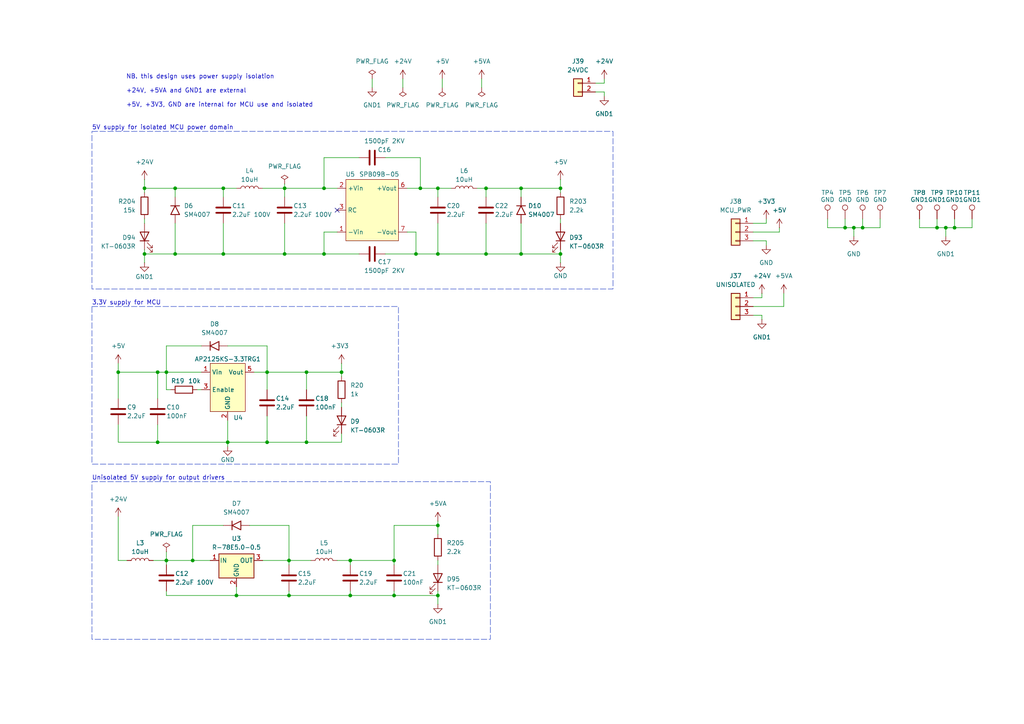
<source format=kicad_sch>
(kicad_sch (version 20250114) (generator "eeschema") (generator_version "9.0")
  (paper "A4")
  (lib_symbols
    (symbol "Connector:TestPoint" (pin_numbers (hide yes)) (pin_names (offset 0.762) (hide yes))
      (property "Reference" "TP" (at 0 6.858 0))
      (property "Value" "TestPoint" (at 0 5.08 0))
      (symbol "TestPoint_0_1"
        (circle (center 0 3.302) (radius 0.762))
      )
      (symbol "TestPoint_1_1"
        (pin passive line (at 0 0 90) (length 2.54) (name "1") (number "1"))
      )
    )
    (symbol "Connector_Generic:Conn_01x02" (pin_names (offset 1.016) (hide yes))
      (property "Reference" "J" (at 0 2.54 0))
      (property "Value" "Conn_01x02" (at 0 -5.08 0))
      (symbol "Conn_01x02_1_1"
        (rectangle (start -1.27 1.27) (end 1.27 -3.81) (stroke (width 0.254)) (fill (type background)))
        (rectangle (start -1.27 0.127) (end 0 -0.127) (stroke (width 0.1524)))
        (rectangle (start -1.27 -2.413) (end 0 -2.667) (stroke (width 0.1524)))
        (pin passive line (at -5.08 0 0) (length 3.81) (name "Pin_1") (number "1"))
        (pin passive line (at -5.08 -2.54 0) (length 3.81) (name "Pin_2") (number "2"))
      )
    )
    (symbol "Connector_Generic:Conn_01x03" (pin_names (offset 1.016) (hide yes))
      (property "Reference" "J" (at 0 5.08 0))
      (property "Value" "Conn_01x03" (at 0 -5.08 0))
      (symbol "Conn_01x03_1_1"
        (rectangle (start -1.27 3.81) (end 1.27 -3.81) (stroke (width 0.254)) (fill (type background)))
        (rectangle (start -1.27 2.667) (end 0 2.413) (stroke (width 0.1524)))
        (rectangle (start -1.27 0.127) (end 0 -0.127) (stroke (width 0.1524)))
        (rectangle (start -1.27 -2.413) (end 0 -2.667) (stroke (width 0.1524)))
        (pin passive line (at -5.08 2.54 0) (length 3.81) (name "Pin_1") (number "1"))
        (pin passive line (at -5.08 0 0) (length 3.81) (name "Pin_2") (number "2"))
        (pin passive line (at -5.08 -2.54 0) (length 3.81) (name "Pin_3") (number "3"))
      )
    )
    (symbol "Converter_DCDC:R-78E5.0-0.5" (pin_names (offset 0.254))
      (property "Reference" "U" (at -3.81 3.175 0))
      (property "Value" "R-78E5.0-0.5" (at 0 3.175 0))
      (symbol "R-78E5.0-0.5_0_1"
        (rectangle (start -5.08 1.905) (end 5.08 -5.08) (stroke (width 0.254)) (fill (type background)))
      )
      (symbol "R-78E5.0-0.5_1_1"
        (pin power_in line (at -7.62 0 0) (length 2.54) (name "IN") (number "1"))
        (pin power_in line (at 0 -7.62 90) (length 2.54) (name "GND") (number "2"))
        (pin power_out line (at 7.62 0 180) (length 2.54) (name "OUT") (number "3"))
      )
    )
    (symbol "Device:C" (pin_numbers (hide yes)) (pin_names (offset 0.254))
      (property "Reference" "C" (at 0.635 2.54 0))
      (property "Value" "C" (at 0.635 -2.54 0))
      (symbol "C_0_1"
        (polyline (pts (xy -2.032 0.762) (xy 2.032 0.762)) (stroke (width 0.508)))
        (polyline (pts (xy -2.032 -0.762) (xy 2.032 -0.762)) (stroke (width 0.508)))
      )
      (symbol "C_1_1"
        (pin passive line (at 0 3.81 270) (length 2.794) (name "~") (number "1"))
        (pin passive line (at 0 -3.81 90) (length 2.794) (name "~") (number "2"))
      )
    )
    (symbol "Device:L" (pin_numbers (hide yes)) (pin_names (offset 1.016) (hide yes))
      (property "Reference" "L" (at -1.27 0 90))
      (property "Value" "L" (at 1.905 0 90))
      (symbol "L_0_1"
        (arc (start 0 2.54) (mid 0.6323 1.905) (end 0 1.27))
        (arc (start 0 1.27) (mid 0.6323 0.635) (end 0 0))
        (arc (start 0 0) (mid 0.6323 -0.635) (end 0 -1.27))
        (arc (start 0 -1.27) (mid 0.6323 -1.905) (end 0 -2.54))
      )
      (symbol "L_1_1"
        (pin passive line (at 0 3.81 270) (length 1.27) (name "1") (number "1"))
        (pin passive line (at 0 -3.81 90) (length 1.27) (name "2") (number "2"))
      )
    )
    (symbol "Device:LED" (pin_numbers (hide yes)) (pin_names (offset 1.016) (hide yes))
      (property "Reference" "D" (at 0 2.54 0))
      (property "Value" "LED" (at 0 -2.54 0))
      (symbol "LED_0_1"
        (polyline (pts (xy -3.048 -0.762) (xy -4.572 -2.286) (xy -3.81 -2.286) (xy -4.572 -2.286) (xy -4.572 -1.524)))
        (polyline (pts (xy -1.778 -0.762) (xy -3.302 -2.286) (xy -2.54 -2.286) (xy -3.302 -2.286) (xy -3.302 -1.524)))
        (polyline (pts (xy -1.27 0) (xy 1.27 0)))
        (polyline (pts (xy -1.27 -1.27) (xy -1.27 1.27)) (stroke (width 0.254)))
        (polyline (pts (xy 1.27 -1.27) (xy 1.27 1.27) (xy -1.27 0) (xy 1.27 -1.27)) (stroke (width 0.254)))
      )
      (symbol "LED_1_1"
        (pin passive line (at -3.81 0 0) (length 2.54) (name "K") (number "1"))
        (pin passive line (at 3.81 0 180) (length 2.54) (name "A") (number "2"))
      )
    )
    (symbol "Device:R" (pin_numbers (hide yes)) (pin_names (offset 0))
      (property "Reference" "R" (at 2.032 0 90))
      (property "Value" "R" (at 0 0 90))
      (symbol "R_0_1"
        (rectangle (start -1.016 -2.54) (end 1.016 2.54) (stroke (width 0.254)))
      )
      (symbol "R_1_1"
        (pin passive line (at 0 3.81 270) (length 1.27) (name "~") (number "1"))
        (pin passive line (at 0 -3.81 90) (length 1.27) (name "~") (number "2"))
      )
    )
    (symbol "djm:AP2125"
      (property "Reference" "U" (at 0 7.62 0))
      (symbol "AP2125_0_1"
        (rectangle (start -5.08 6.35) (end 5.08 -7.62) (fill (type background)))
      )
      (symbol "AP2125_1_1"
        (pin power_in line (at -7.62 3.81 0) (length 2.54) (name "Vin") (number "1"))
        (pin input line (at -7.62 -1.27 0) (length 2.54) (name "Enable") (number "3"))
        (pin power_in line (at 0 -10.16 90) (length 2.54) (name "GND") (number "2"))
        (pin power_out line (at 7.62 3.81 180) (length 2.54) (name "Vout") (number "5"))
        (pin no_connect line (at 7.62 -1.27 180) (length 2.54) (hide yes) (name "NC") (number "4"))
      )
    )
    (symbol "djm:SM4007" (pin_numbers (hide yes)) (pin_names (offset 1.016) (hide yes))
      (property "Reference" "D" (at 0 2.54 0))
      (property "Value" "SM4007" (at 0 -2.54 0))
      (symbol "SM4007_0_1"
        (polyline (pts (xy 1.27 1.27) (xy 1.27 -1.27) (xy -1.27 0) (xy 1.27 1.27)) (stroke (width 0.254)))
      )
      (symbol "SM4007_1_1"
        (polyline (pts (xy -1.27 -1.27) (xy -1.27 1.27)) (stroke (width 0.254)))
        (pin passive line (at -3.81 0 0) (length 2.54) (name "K") (number "1"))
        (pin passive line (at 3.81 0 180) (length 2.54) (name "A") (number "2"))
      )
    )
    (symbol "djm:SPB09"
      (property "Reference" "U" (at 0 -10.16 0))
      (property "Value" "SPB09" (at 0 10.414 0))
      (symbol "SPB09_0_1"
        (rectangle (start -7.62 8.89) (end 7.62 -8.89) (fill (type background)))
      )
      (symbol "SPB09_1_1"
        (pin power_in line (at -10.16 6.35 0) (length 2.54) (name "+Vin") (number "2"))
        (pin input line (at -10.16 0 0) (length 2.54) (name "RC") (number "3"))
        (pin power_in line (at -10.16 -6.35 0) (length 2.54) (name "-Vin") (number "1"))
        (pin power_out line (at 10.16 6.35 180) (length 2.54) (name "+Vout") (number "6"))
        (pin no_connect line (at 10.16 0 180) (length 2.54) (hide yes) (name "NC") (number "8"))
        (pin power_out line (at 10.16 -6.35 180) (length 2.54) (name "-Vout") (number "7"))
      )
    )
    (symbol "power:+24V" (power) (pin_numbers (hide yes)) (pin_names (offset 0) (hide yes))
      (property "Value" "+24V" (at 0 3.556 0))
      (symbol "+24V_0_1"
        (polyline (pts (xy -0.762 1.27) (xy 0 2.54)))
        (polyline (pts (xy 0 2.54) (xy 0.762 1.27)))
        (polyline (pts (xy 0 0) (xy 0 2.54)))
      )
      (symbol "+24V_1_1"
        (pin power_in line (at 0 0 90) (length 0) (name "~") (number "1"))
      )
    )
    (symbol "power:+3V3" (power) (pin_numbers (hide yes)) (pin_names (offset 0) (hide yes))
      (property "Value" "+3V3" (at 0 3.556 0))
      (symbol "+3V3_0_1"
        (polyline (pts (xy -0.762 1.27) (xy 0 2.54)))
        (polyline (pts (xy 0 2.54) (xy 0.762 1.27)))
        (polyline (pts (xy 0 0) (xy 0 2.54)))
      )
      (symbol "+3V3_1_1"
        (pin power_in line (at 0 0 90) (length 0) (name "~") (number "1"))
      )
    )
    (symbol "power:+5V" (power) (pin_numbers (hide yes)) (pin_names (offset 0) (hide yes))
      (property "Value" "+5V" (at 0 3.556 0))
      (symbol "+5V_0_1"
        (polyline (pts (xy -0.762 1.27) (xy 0 2.54)))
        (polyline (pts (xy 0 2.54) (xy 0.762 1.27)))
        (polyline (pts (xy 0 0) (xy 0 2.54)))
      )
      (symbol "+5V_1_1"
        (pin power_in line (at 0 0 90) (length 0) (name "~") (number "1"))
      )
    )
    (symbol "power:+5VA" (power) (pin_numbers (hide yes)) (pin_names (offset 0) (hide yes))
      (property "Value" "+5VA" (at 0 3.556 0))
      (symbol "+5VA_0_1"
        (polyline (pts (xy -0.762 1.27) (xy 0 2.54)))
        (polyline (pts (xy 0 2.54) (xy 0.762 1.27)))
        (polyline (pts (xy 0 0) (xy 0 2.54)))
      )
      (symbol "+5VA_1_1"
        (pin power_in line (at 0 0 90) (length 0) (name "~") (number "1"))
      )
    )
    (symbol "power:GND" (power) (pin_numbers (hide yes)) (pin_names (offset 0) (hide yes))
      (property "Value" "GND" (at 0 -3.81 0))
      (symbol "GND_0_1"
        (polyline (pts (xy 0 0) (xy 0 -1.27) (xy 1.27 -1.27) (xy 0 -2.54) (xy -1.27 -1.27) (xy 0 -1.27)))
      )
      (symbol "GND_1_1"
        (pin power_in line (at 0 0 270) (length 0) (name "~") (number "1"))
      )
    )
    (symbol "power:GND1" (power) (pin_numbers (hide yes)) (pin_names (offset 0) (hide yes))
      (property "Value" "GND1" (at 0 -3.81 0))
      (symbol "GND1_0_1"
        (polyline (pts (xy 0 0) (xy 0 -1.27) (xy 1.27 -1.27) (xy 0 -2.54) (xy -1.27 -1.27) (xy 0 -1.27)))
      )
      (symbol "GND1_1_1"
        (pin power_in line (at 0 0 270) (length 0) (name "~") (number "1"))
      )
    )
    (symbol "power:PWR_FLAG" (power) (pin_numbers (hide yes)) (pin_names (offset 0) (hide yes))
      (property "Value" "PWR_FLAG" (at 0 3.81 0))
      (symbol "PWR_FLAG_0_0"
        (pin power_out line (at 0 0 90) (length 0) (name "~") (number "1"))
      )
      (symbol "PWR_FLAG_0_1"
        (polyline (pts (xy 0 0) (xy 0 1.27) (xy -1.016 1.905) (xy 0 2.54) (xy 1.016 1.905) (xy 0 1.27)))
      )
    )
  )
  (rectangle (start 26.67 88.9) (end 115.57 134.62) (stroke (width 0) (type dash) (color 47 74 200 1)))
  (rectangle (start 26.67 38.1) (end 177.8 83.82) (stroke (width 0) (type dash) (color 47 74 200 1)))
  (rectangle (start 26.67 139.7) (end 142.24 185.42) (stroke (width 0) (type dash) (color 47 74 200 1)))
  (text "NB. this design uses power supply isolation\n\n+24V, +5VA and GND1 are external\n\n+5V, +3V3, GND are internal for MCU use and isolated\n\n" (at 36.576 27.432 0) (effects (font (size 1.27 1.27)) (justify left)))
  (text "3.3V supply for MCU" (at 26.67 87.884 0) (effects (font (size 1.27 1.27)) (justify left)))
  (text "5V supply for isolated MCU power domain" (at 26.67 37.084 0) (effects (font (size 1.27 1.27)) (justify left)))
  (text "Unisolated 5V supply for output drivers" (at 26.67 138.684 0) (effects (font (size 1.27 1.27)) (justify left)))
  (junction (at 99.06 107.95))
  (junction (at 140.97 54.61))
  (junction (at 101.6 162.56))
  (junction (at 68.58 172.72))
  (junction (at 50.8 54.61))
  (junction (at 127 172.72))
  (junction (at 151.13 73.66))
  (junction (at 88.9 128.27))
  (junction (at 245.11 66.04))
  (junction (at 82.55 54.61))
  (junction (at 48.26 162.56))
  (junction (at 274.32 66.04))
  (junction (at 77.47 107.95))
  (junction (at 127 54.61))
  (junction (at 34.29 107.95))
  (junction (at 151.13 54.61))
  (junction (at 41.91 73.66))
  (junction (at 88.9 107.95))
  (junction (at 127 73.66))
  (junction (at 93.98 54.61))
  (junction (at 101.6 172.72))
  (junction (at 114.3 162.56))
  (junction (at 162.56 73.66))
  (junction (at 48.26 107.95))
  (junction (at 41.91 54.61))
  (junction (at 50.8 73.66))
  (junction (at 140.97 73.66))
  (junction (at 83.82 172.72))
  (junction (at 64.77 73.66))
  (junction (at 114.3 172.72))
  (junction (at 247.65 66.04))
  (junction (at 82.55 73.66))
  (junction (at 276.86 66.04))
  (junction (at 121.92 54.61))
  (junction (at 77.47 128.27))
  (junction (at 93.98 73.66))
  (junction (at 162.56 54.61))
  (junction (at 66.04 128.27))
  (junction (at 271.78 66.04))
  (junction (at 83.82 162.56))
  (junction (at 127 152.4))
  (junction (at 64.77 54.61))
  (junction (at 45.72 107.95))
  (junction (at 45.72 128.27))
  (junction (at 250.19 66.04))
  (junction (at 55.88 162.56))
  (junction (at 120.65 73.66))
  (no_connect (at 97.79 60.96))
  (wire (pts (xy 93.98 67.31) (xy 97.79 67.31)))
  (wire (pts (xy 66.04 128.27) (xy 77.47 128.27)))
  (wire (pts (xy 151.13 64.77) (xy 151.13 73.66)))
  (wire (pts (xy 83.82 171.45) (xy 83.82 172.72)))
  (wire (pts (xy 172.72 24.13) (xy 175.26 24.13)))
  (wire (pts (xy 172.72 26.67) (xy 175.26 26.67)))
  (wire (pts (xy 41.91 54.61) (xy 50.8 54.61)))
  (wire (pts (xy 162.56 63.5) (xy 162.56 64.77)))
  (wire (pts (xy 226.06 67.31) (xy 226.06 66.04)))
  (wire (pts (xy 34.29 107.95) (xy 34.29 115.57)))
  (wire (pts (xy 116.84 22.86) (xy 116.84 25.4)))
  (wire (pts (xy 88.9 107.95) (xy 99.06 107.95)))
  (wire (pts (xy 101.6 162.56) (xy 114.3 162.56)))
  (wire (pts (xy 162.56 55.88) (xy 162.56 54.61)))
  (wire (pts (xy 111.76 45.72) (xy 121.92 45.72)))
  (wire (pts (xy 99.06 116.84) (xy 99.06 118.11)))
  (wire (pts (xy 127 162.56) (xy 127 163.83)))
  (wire (pts (xy 41.91 73.66) (xy 50.8 73.66)))
  (wire (pts (xy 139.7 22.86) (xy 139.7 25.4)))
  (wire (pts (xy 218.44 86.36) (xy 220.98 86.36)))
  (wire (pts (xy 34.29 128.27) (xy 45.72 128.27)))
  (wire (pts (xy 77.47 100.33) (xy 66.04 100.33)))
  (wire (pts (xy 82.55 53.34) (xy 82.55 54.61)))
  (wire (pts (xy 82.55 54.61) (xy 82.55 57.15)))
  (wire (pts (xy 82.55 73.66) (xy 93.98 73.66)))
  (wire (pts (xy 73.66 107.95) (xy 77.47 107.95)))
  (wire (pts (xy 104.14 45.72) (xy 93.98 45.72)))
  (wire (pts (xy 45.72 107.95) (xy 48.26 107.95)))
  (wire (pts (xy 50.8 73.66) (xy 64.77 73.66)))
  (wire (pts (xy 220.98 86.36) (xy 220.98 85.09)))
  (wire (pts (xy 127 64.77) (xy 127 73.66)))
  (wire (pts (xy 245.11 63.5) (xy 245.11 66.04)))
  (wire (pts (xy 118.11 67.31) (xy 120.65 67.31)))
  (wire (pts (xy 58.42 100.33) (xy 48.26 100.33)))
  (wire (pts (xy 271.78 63.5) (xy 271.78 66.04)))
  (wire (pts (xy 104.14 73.66) (xy 93.98 73.66)))
  (wire (pts (xy 34.29 105.41) (xy 34.29 107.95)))
  (wire (pts (xy 101.6 172.72) (xy 101.6 171.45)))
  (wire (pts (xy 162.56 73.66) (xy 162.56 76.2)))
  (wire (pts (xy 162.56 72.39) (xy 162.56 73.66)))
  (wire (pts (xy 276.86 66.04) (xy 274.32 66.04)))
  (wire (pts (xy 55.88 162.56) (xy 60.96 162.56)))
  (wire (pts (xy 99.06 125.73) (xy 99.06 128.27)))
  (wire (pts (xy 255.27 63.5) (xy 255.27 66.04)))
  (wire (pts (xy 127 73.66) (xy 140.97 73.66)))
  (wire (pts (xy 247.65 66.04) (xy 245.11 66.04)))
  (wire (pts (xy 127 154.94) (xy 127 152.4)))
  (wire (pts (xy 218.44 91.44) (xy 220.98 91.44)))
  (wire (pts (xy 247.65 68.58) (xy 247.65 66.04)))
  (wire (pts (xy 34.29 162.56) (xy 36.83 162.56)))
  (wire (pts (xy 250.19 63.5) (xy 250.19 66.04)))
  (wire (pts (xy 121.92 45.72) (xy 121.92 54.61)))
  (wire (pts (xy 48.26 100.33) (xy 48.26 107.95)))
  (wire (pts (xy 68.58 172.72) (xy 83.82 172.72)))
  (wire (pts (xy 50.8 54.61) (xy 64.77 54.61)))
  (wire (pts (xy 114.3 152.4) (xy 114.3 162.56)))
  (wire (pts (xy 240.03 66.04) (xy 240.03 63.5)))
  (wire (pts (xy 101.6 162.56) (xy 101.6 163.83)))
  (wire (pts (xy 218.44 67.31) (xy 226.06 67.31)))
  (wire (pts (xy 44.45 162.56) (xy 48.26 162.56)))
  (wire (pts (xy 118.11 54.61) (xy 121.92 54.61)))
  (wire (pts (xy 218.44 88.9) (xy 227.33 88.9)))
  (wire (pts (xy 127 172.72) (xy 127 175.26)))
  (wire (pts (xy 114.3 171.45) (xy 114.3 172.72)))
  (wire (pts (xy 255.27 66.04) (xy 250.19 66.04)))
  (wire (pts (xy 57.15 113.03) (xy 58.42 113.03)))
  (wire (pts (xy 77.47 107.95) (xy 77.47 113.03)))
  (wire (pts (xy 274.32 68.58) (xy 274.32 66.04)))
  (wire (pts (xy 140.97 73.66) (xy 151.13 73.66)))
  (wire (pts (xy 162.56 52.07) (xy 162.56 54.61)))
  (wire (pts (xy 41.91 63.5) (xy 41.91 64.77)))
  (wire (pts (xy 120.65 67.31) (xy 120.65 73.66)))
  (wire (pts (xy 175.26 26.67) (xy 175.26 27.94)))
  (wire (pts (xy 140.97 54.61) (xy 151.13 54.61)))
  (wire (pts (xy 77.47 107.95) (xy 88.9 107.95)))
  (wire (pts (xy 138.43 54.61) (xy 140.97 54.61)))
  (wire (pts (xy 41.91 73.66) (xy 41.91 76.2)))
  (wire (pts (xy 220.98 91.44) (xy 220.98 92.71)))
  (wire (pts (xy 120.65 73.66) (xy 127 73.66)))
  (wire (pts (xy 64.77 54.61) (xy 68.58 54.61)))
  (wire (pts (xy 128.27 22.86) (xy 128.27 25.4)))
  (wire (pts (xy 55.88 152.4) (xy 55.88 162.56)))
  (wire (pts (xy 99.06 105.41) (xy 99.06 107.95)))
  (wire (pts (xy 77.47 120.65) (xy 77.47 128.27)))
  (wire (pts (xy 99.06 109.22) (xy 99.06 107.95)))
  (wire (pts (xy 76.2 54.61) (xy 82.55 54.61)))
  (wire (pts (xy 107.95 22.86) (xy 107.95 25.4)))
  (wire (pts (xy 127 54.61) (xy 130.81 54.61)))
  (wire (pts (xy 68.58 172.72) (xy 68.58 170.18)))
  (wire (pts (xy 218.44 69.85) (xy 222.25 69.85)))
  (wire (pts (xy 127 151.13) (xy 127 152.4)))
  (wire (pts (xy 77.47 128.27) (xy 88.9 128.27)))
  (wire (pts (xy 72.39 152.4) (xy 83.82 152.4)))
  (wire (pts (xy 222.25 64.77) (xy 222.25 63.5)))
  (wire (pts (xy 140.97 64.77) (xy 140.97 73.66)))
  (wire (pts (xy 281.94 63.5) (xy 281.94 66.04)))
  (wire (pts (xy 64.77 73.66) (xy 82.55 73.66)))
  (wire (pts (xy 45.72 107.95) (xy 45.72 115.57)))
  (wire (pts (xy 222.25 69.85) (xy 222.25 71.12)))
  (wire (pts (xy 97.79 162.56) (xy 101.6 162.56)))
  (wire (pts (xy 88.9 120.65) (xy 88.9 128.27)))
  (wire (pts (xy 245.11 66.04) (xy 240.03 66.04)))
  (wire (pts (xy 266.7 66.04) (xy 266.7 63.5)))
  (wire (pts (xy 218.44 64.77) (xy 222.25 64.77)))
  (wire (pts (xy 64.77 64.77) (xy 64.77 73.66)))
  (wire (pts (xy 162.56 54.61) (xy 151.13 54.61)))
  (wire (pts (xy 50.8 64.77) (xy 50.8 73.66)))
  (wire (pts (xy 151.13 73.66) (xy 162.56 73.66)))
  (wire (pts (xy 41.91 52.07) (xy 41.91 54.61)))
  (wire (pts (xy 66.04 128.27) (xy 66.04 129.54)))
  (wire (pts (xy 82.55 64.77) (xy 82.55 73.66)))
  (wire (pts (xy 48.26 113.03) (xy 48.26 107.95)))
  (wire (pts (xy 50.8 54.61) (xy 50.8 57.15)))
  (wire (pts (xy 48.26 162.56) (xy 48.26 160.02)))
  (wire (pts (xy 111.76 73.66) (xy 120.65 73.66)))
  (wire (pts (xy 88.9 107.95) (xy 88.9 113.03)))
  (wire (pts (xy 64.77 54.61) (xy 64.77 57.15)))
  (wire (pts (xy 114.3 172.72) (xy 127 172.72)))
  (wire (pts (xy 114.3 172.72) (xy 101.6 172.72)))
  (wire (pts (xy 41.91 55.88) (xy 41.91 54.61)))
  (wire (pts (xy 93.98 54.61) (xy 97.79 54.61)))
  (wire (pts (xy 83.82 162.56) (xy 90.17 162.56)))
  (wire (pts (xy 34.29 149.86) (xy 34.29 162.56)))
  (wire (pts (xy 121.92 54.61) (xy 127 54.61)))
  (wire (pts (xy 77.47 107.95) (xy 77.47 100.33)))
  (wire (pts (xy 93.98 45.72) (xy 93.98 54.61)))
  (wire (pts (xy 48.26 171.45) (xy 48.26 172.72)))
  (wire (pts (xy 88.9 128.27) (xy 99.06 128.27)))
  (wire (pts (xy 93.98 67.31) (xy 93.98 73.66)))
  (wire (pts (xy 276.86 63.5) (xy 276.86 66.04)))
  (wire (pts (xy 127 152.4) (xy 114.3 152.4)))
  (wire (pts (xy 114.3 162.56) (xy 114.3 163.83)))
  (wire (pts (xy 82.55 54.61) (xy 93.98 54.61)))
  (wire (pts (xy 48.26 172.72) (xy 68.58 172.72)))
  (wire (pts (xy 41.91 72.39) (xy 41.91 73.66)))
  (wire (pts (xy 48.26 162.56) (xy 48.26 163.83)))
  (wire (pts (xy 175.26 24.13) (xy 175.26 22.86)))
  (wire (pts (xy 34.29 107.95) (xy 45.72 107.95)))
  (wire (pts (xy 66.04 121.92) (xy 66.04 128.27)))
  (wire (pts (xy 151.13 54.61) (xy 151.13 57.15)))
  (wire (pts (xy 127 171.45) (xy 127 172.72)))
  (wire (pts (xy 83.82 162.56) (xy 83.82 163.83)))
  (wire (pts (xy 250.19 66.04) (xy 247.65 66.04)))
  (wire (pts (xy 83.82 152.4) (xy 83.82 162.56)))
  (wire (pts (xy 45.72 128.27) (xy 66.04 128.27)))
  (wire (pts (xy 127 54.61) (xy 127 57.15)))
  (wire (pts (xy 48.26 107.95) (xy 58.42 107.95)))
  (wire (pts (xy 45.72 123.19) (xy 45.72 128.27)))
  (wire (pts (xy 83.82 172.72) (xy 101.6 172.72)))
  (wire (pts (xy 271.78 66.04) (xy 266.7 66.04)))
  (wire (pts (xy 227.33 88.9) (xy 227.33 85.09)))
  (wire (pts (xy 140.97 54.61) (xy 140.97 57.15)))
  (wire (pts (xy 34.29 123.19) (xy 34.29 128.27)))
  (wire (pts (xy 76.2 162.56) (xy 83.82 162.56)))
  (wire (pts (xy 281.94 66.04) (xy 276.86 66.04)))
  (wire (pts (xy 49.53 113.03) (xy 48.26 113.03)))
  (wire (pts (xy 274.32 66.04) (xy 271.78 66.04)))
  (wire (pts (xy 64.77 152.4) (xy 55.88 152.4)))
  (wire (pts (xy 48.26 162.56) (xy 55.88 162.56)))
  (symbol (lib_id "Device:LED") (at 127 167.64 270) (mirror x) (unit 1)
    (property "Reference" "D95" (at 129.54 167.9574 90) (effects (justify left)))
    (property "Value" "KT-0603R" (at 129.54 170.4974 90) (effects (justify left)))
    (property "Footprint" "LED_SMD:LED_0603_1608Metric" (effects (hide yes)))
    (property "Description" "Light emitting diode" (effects (hide yes)))
    (property "Sim.Pins" "1=K 2=A" (effects (hide yes)))
    (property "JLC" "0603" (effects (hide yes)))
    (property "LCSC" "C2286" (effects (hide yes)))
  )
  (symbol (lib_id "power:PWR_FLAG") (at 128.27 25.4 180) (unit 1)
    (property "Reference" "#FLG05" (effects (hide yes)))
    (property "Value" "PWR_FLAG" (at 128.27 30.48 0))
    (property "Description" "Special symbol for telling ERC where power comes from" (effects (hide yes)))
  )
  (symbol (lib_id "power:GND") (at 162.56 76.2 0) (unit 1)
    (property "Reference" "#PWR057" (effects (hide yes)))
    (property "Value" "GND" (at 162.56 80.01 0))
    (property "Description" "Power symbol creates a global label with name \"GND\" , ground" (effects (hide yes)))
  )
  (symbol (lib_id "power:GND1") (at 175.26 27.94 0) (unit 1)
    (property "Reference" "#PWR063" (effects (hide yes)))
    (property "Value" "GND1" (at 175.26 33.02 0))
    (property "Description" "Power symbol creates a global label with name \"GND1\" , ground" (effects (hide yes)))
  )
  (symbol (lib_id "Connector:TestPoint") (at 271.78 63.5 0) (unit 1)
    (property "Reference" "TP9" (at 271.78 55.88 0))
    (property "Value" "GND1" (at 271.78 57.912 0))
    (property "Footprint" "djm:Testpoint_THTPad_Alt" (effects (hide yes)))
    (property "Description" "test point" (effects (hide yes)))
    (property "LCSC" "DNP" (effects (hide yes)))
  )
  (symbol (lib_id "power:PWR_FLAG") (at 139.7 25.4 180) (unit 1)
    (property "Reference" "#FLG06" (effects (hide yes)))
    (property "Value" "PWR_FLAG" (at 139.7 30.48 0))
    (property "Description" "Special symbol for telling ERC where power comes from" (effects (hide yes)))
  )
  (symbol (lib_id "djm:SM4007") (at 151.13 60.96 270) (unit 1)
    (property "Reference" "D10" (at 153.162 59.69 90) (effects (justify left)))
    (property "Value" "SM4007" (at 153.162 62.23 90) (effects (justify left)))
    (property "Footprint" "Diode_SMD:D_SOD-123" (effects (hide yes)))
    (property "Datasheet" "https://www.mccsemi.com/pdf/products/SM4001PL-SM4007PL(SOD-123FL).pdf" (effects (hide yes)))
    (property "Description" "1000V 1A General Purpose Silicon Diode, SOD-123" (effects (hide yes)))
    (property "JLC" "SOD-123" (effects (hide yes)))
    (property "LCSC" "C64898" (effects (hide yes)))
  )
  (symbol (lib_id "power:+5VA") (at 139.7 22.86 0) (unit 1)
    (property "Reference" "#PWR059" (effects (hide yes)))
    (property "Value" "+5VA" (at 139.7 17.78 0))
    (property "Description" "Power symbol creates a global label with name \"+5VA\"" (effects (hide yes)))
  )
  (symbol (lib_id "power:GND1") (at 220.98 92.71 0) (unit 1)
    (property "Reference" "#PWR061" (effects (hide yes)))
    (property "Value" "GND1" (at 220.98 97.79 0))
    (property "Description" "Power symbol creates a global label with name \"GND1\" , ground" (effects (hide yes)))
  )
  (symbol (lib_id "Device:LED") (at 41.91 68.58 90) (unit 1)
    (property "Reference" "D94" (at 39.37 68.8974 90) (effects (justify left)))
    (property "Value" "KT-0603R" (at 39.37 71.4374 90) (effects (justify left)))
    (property "Footprint" "LED_SMD:LED_0603_1608Metric" (effects (hide yes)))
    (property "Description" "Light emitting diode" (effects (hide yes)))
    (property "Sim.Pins" "1=K 2=A" (effects (hide yes)))
    (property "JLC" "0603" (effects (hide yes)))
    (property "LCSC" "C2286" (effects (hide yes)))
  )
  (symbol (lib_id "Device:C") (at 107.95 45.72 90) (unit 1)
    (property "Reference" "C16" (at 111.506 43.434 90))
    (property "Value" "1500pF 2KV" (at 111.506 40.894 90))
    (property "Footprint" "Capacitor_SMD:C_1812_4532Metric" (effects (hide yes)))
    (property "Description" "Unpolarized capacitor" (effects (hide yes)))
    (property "JLC" "1812" (effects (hide yes)))
    (property "LCSC" "C22370026" (effects (hide yes)))
  )
  (symbol (lib_id "power:+5V") (at 128.27 22.86 0) (unit 1)
    (property "Reference" "#PWR058" (effects (hide yes)))
    (property "Value" "+5V" (at 128.27 17.78 0))
    (property "Description" "Power symbol creates a global label with name \"+5V\"" (effects (hide yes)))
  )
  (symbol (lib_id "Device:C") (at 140.97 60.96 0) (unit 1)
    (property "Reference" "C22" (at 143.51 59.69 0) (effects (justify left)))
    (property "Value" "2.2uF" (at 143.51 62.23 0) (effects (justify left)))
    (property "Footprint" "Capacitor_SMD:C_1206_3216Metric" (effects (hide yes)))
    (property "Description" "Unpolarized capacitor" (effects (hide yes)))
    (property "JLC" "1206" (effects (hide yes)))
    (property "LCSC" "C50254" (effects (hide yes)))
  )
  (symbol (lib_id "Device:C") (at 114.3 167.64 0) (unit 1)
    (property "Reference" "C21" (at 116.84 166.37 0) (effects (justify left)))
    (property "Value" "100nF" (at 116.84 168.91 0) (effects (justify left)))
    (property "Footprint" "Capacitor_SMD:C_0402_1005Metric" (effects (hide yes)))
    (property "Description" "Unpolarized capacitor" (effects (hide yes)))
    (property "JLC" "0402" (effects (hide yes)))
    (property "LCSC" "C307331" (effects (hide yes)))
  )
  (symbol (lib_id "power:GND") (at 247.65 68.58 0) (unit 1)
    (property "Reference" "#PWR025" (effects (hide yes)))
    (property "Value" "GND" (at 247.65 73.66 0))
    (property "Description" "Power symbol creates a global label with name \"GND\" , ground" (effects (hide yes)))
  )
  (symbol (lib_id "Connector:TestPoint") (at 240.03 63.5 0) (unit 1)
    (property "Reference" "TP4" (at 240.03 55.88 0))
    (property "Value" "GND" (at 240.03 57.912 0))
    (property "Footprint" "djm:Testpoint_THTPad" (effects (hide yes)))
    (property "Description" "test point" (effects (hide yes)))
    (property "LCSC" "DNP" (effects (hide yes)))
  )
  (symbol (lib_id "Device:C") (at 34.29 119.38 0) (unit 1)
    (property "Reference" "C9" (at 36.83 118.11 0) (effects (justify left)))
    (property "Value" "2.2uF" (at 36.83 120.65 0) (effects (justify left)))
    (property "Footprint" "Capacitor_SMD:C_1206_3216Metric" (effects (hide yes)))
    (property "Description" "Unpolarized capacitor" (effects (hide yes)))
    (property "JLC" "1206" (effects (hide yes)))
    (property "LCSC" "C50254" (effects (hide yes)))
  )
  (symbol (lib_id "Connector_Generic:Conn_01x03") (at 213.36 67.31 0) (mirror y) (unit 1)
    (property "Reference" "J38" (at 213.36 58.42 0))
    (property "Value" "MCU_PWR" (at 213.36 60.96 0))
    (property "Footprint" "Connector_PinHeader_2.54mm:PinHeader_1x03_P2.54mm_Vertical" (effects (hide yes)))
    (property "Description" "Generic connector, single row, 01x03, script generated (kicad-library-utils/schlib/autogen/connector/)" (effects (hide yes)))
    (property "LCSC" "DNP" (effects (hide yes)))
  )
  (symbol (lib_id "power:+24V") (at 116.84 22.86 0) (unit 1)
    (property "Reference" "#PWR055" (effects (hide yes)))
    (property "Value" "+24V" (at 116.84 17.78 0))
    (property "Description" "Power symbol creates a global label with name \"+24V\"" (effects (hide yes)))
  )
  (symbol (lib_id "djm:SM4007") (at 50.8 60.96 270) (unit 1)
    (property "Reference" "D6" (at 53.34 59.6899 90) (effects (justify left)))
    (property "Value" "SM4007" (at 53.34 62.2299 90) (effects (justify left)))
    (property "Footprint" "Diode_SMD:D_SOD-123" (effects (hide yes)))
    (property "Datasheet" "https://www.mccsemi.com/pdf/products/SM4001PL-SM4007PL(SOD-123FL).pdf" (effects (hide yes)))
    (property "Description" "1000V 1A General Purpose Silicon Diode, SOD-123" (effects (hide yes)))
    (property "JLC" "SOD-123" (effects (hide yes)))
    (property "LCSC" "C64898" (effects (hide yes)))
  )
  (symbol (lib_id "power:GND1") (at 107.95 25.4 0) (unit 1)
    (property "Reference" "#PWR054" (effects (hide yes)))
    (property "Value" "GND1" (at 107.95 30.48 0))
    (property "Description" "Power symbol creates a global label with name \"GND1\" , ground" (effects (hide yes)))
  )
  (symbol (lib_id "Connector:TestPoint") (at 276.86 63.5 0) (unit 1)
    (property "Reference" "TP10" (at 276.86 55.88 0))
    (property "Value" "GND1" (at 276.86 57.912 0))
    (property "Footprint" "djm:Testpoint_THTPad_Alt" (effects (hide yes)))
    (property "Description" "test point" (effects (hide yes)))
    (property "LCSC" "DNP" (effects (hide yes)))
  )
  (symbol (lib_id "power:PWR_FLAG") (at 107.95 22.86 0) (unit 1)
    (property "Reference" "#FLG03" (effects (hide yes)))
    (property "Value" "PWR_FLAG" (at 107.95 17.78 0))
    (property "Description" "Special symbol for telling ERC where power comes from" (effects (hide yes)))
  )
  (symbol (lib_id "power:+5V") (at 162.56 52.07 0) (unit 1)
    (property "Reference" "#PWR056" (effects (hide yes)))
    (property "Value" "+5V" (at 162.56 46.99 0))
    (property "Description" "Power symbol creates a global label with name \"+5V\"" (effects (hide yes)))
  )
  (symbol (lib_id "Connector_Generic:Conn_01x03") (at 213.36 88.9 0) (mirror y) (unit 1)
    (property "Reference" "J37" (at 213.36 80.01 0))
    (property "Value" "UNISOLATED" (at 213.36 82.55 0))
    (property "Footprint" "Connector_PinHeader_2.54mm:PinHeader_1x03_P2.54mm_Vertical" (effects (hide yes)))
    (property "Description" "Generic connector, single row, 01x03, script generated (kicad-library-utils/schlib/autogen/connector/)" (effects (hide yes)))
    (property "LCSC" "DNP" (effects (hide yes)))
  )
  (symbol (lib_id "power:+5VA") (at 127 151.13 0) (unit 1)
    (property "Reference" "#PWR052" (effects (hide yes)))
    (property "Value" "+5VA" (at 127 146.05 0))
    (property "Description" "Power symbol creates a global label with name \"+5VA\"" (effects (hide yes)))
  )
  (symbol (lib_id "power:+24V") (at 41.91 52.07 0) (unit 1)
    (property "Reference" "#PWR046" (effects (hide yes)))
    (property "Value" "+24V" (at 41.91 46.99 0))
    (property "Description" "Power symbol creates a global label with name \"+24V\"" (effects (hide yes)))
  )
  (symbol (lib_id "Connector:TestPoint") (at 266.7 63.5 0) (unit 1)
    (property "Reference" "TP8" (at 266.7 55.88 0))
    (property "Value" "GND1" (at 266.7 57.912 0))
    (property "Footprint" "djm:Testpoint_THTPad_Alt" (effects (hide yes)))
    (property "Description" "test point" (effects (hide yes)))
    (property "LCSC" "DNP" (effects (hide yes)))
  )
  (symbol (lib_id "Device:C") (at 45.72 119.38 0) (unit 1)
    (property "Reference" "C10" (at 48.26 118.11 0) (effects (justify left)))
    (property "Value" "100nF" (at 48.26 120.65 0) (effects (justify left)))
    (property "Footprint" "Capacitor_SMD:C_0402_1005Metric" (effects (hide yes)))
    (property "Description" "Unpolarized capacitor" (effects (hide yes)))
    (property "JLC" "0402" (effects (hide yes)))
    (property "LCSC" "C307331" (effects (hide yes)))
  )
  (symbol (lib_id "djm:SPB09") (at 107.95 60.96 0) (unit 1)
    (property "Reference" "U5" (at 101.6 50.546 0))
    (property "Value" "SPB09B-05" (at 109.982 50.546 0))
    (property "Footprint" "Meanwell_SPB:SPB09" (effects (hide yes)))
    (property "Datasheet" "https://www.meanwellaustralia.com.au/sites/default/files/2025-01/MEAN%20WELL%20SPB09%20DPB09%20Data%20Sheet.pdf" (effects (hide yes)))
    (property "Description" "Mean Well isolated DC/DC converter with remote control" (effects (hide yes)))
    (property "LCSC" "DNP" (effects (hide yes)))
  )
  (symbol (lib_id "Device:L") (at 93.98 162.56 90) (unit 1)
    (property "Reference" "L5" (at 93.98 157.48 90))
    (property "Value" "10uH" (at 93.98 160.02 90))
    (property "Footprint" "Inductor_SMD:L_0805_2012Metric" (effects (hide yes)))
    (property "Description" "Inductor" (effects (hide yes)))
    (property "JLC" "0805" (effects (hide yes)))
    (property "LCSC" "C113094" (effects (hide yes)))
  )
  (symbol (lib_id "djm:AP2125") (at 66.04 111.76 0) (unit 1)
    (property "Reference" "U4" (at 69.088 121.158 0))
    (property "Value" "AP2125KS-3.3TRG1" (at 66.04 104.14 0))
    (property "Footprint" "Package_TO_SOT_SMD:SOT-353_SC-70-5" (effects (hide yes)))
    (property "Datasheet" "https://www.diodes.com/assets/Datasheets/AP2125.pdf" (effects (hide yes)))
    (property "JLC" "SC-70-5" (effects (hide yes)))
    (property "LCSC" "C3748236" (effects (hide yes)))
  )
  (symbol (lib_id "djm:SM4007") (at 62.23 100.33 0) (unit 1)
    (property "Reference" "D8" (at 62.23 93.98 0))
    (property "Value" "SM4007" (at 62.23 96.52 0))
    (property "Footprint" "Diode_SMD:D_SOD-123" (effects (hide yes)))
    (property "Datasheet" "https://www.mccsemi.com/pdf/products/SM4001PL-SM4007PL(SOD-123FL).pdf" (effects (hide yes)))
    (property "Description" "1000V 1A General Purpose Silicon Diode, SOD-123" (effects (hide yes)))
    (property "JLC" "SOD-123" (effects (hide yes)))
    (property "LCSC" "C64898" (effects (hide yes)))
  )
  (symbol (lib_id "power:+24V") (at 34.29 149.86 0) (unit 1)
    (property "Reference" "#PWR049" (effects (hide yes)))
    (property "Value" "+24V" (at 34.29 144.78 0))
    (property "Description" "Power symbol creates a global label with name \"+24V\"" (effects (hide yes)))
  )
  (symbol (lib_id "Device:C") (at 127 60.96 0) (unit 1)
    (property "Reference" "C20" (at 129.54 59.69 0) (effects (justify left)))
    (property "Value" "2.2uF" (at 129.54 62.23 0) (effects (justify left)))
    (property "Footprint" "Capacitor_SMD:C_1206_3216Metric" (effects (hide yes)))
    (property "Description" "Unpolarized capacitor" (effects (hide yes)))
    (property "JLC" "1206" (effects (hide yes)))
    (property "LCSC" "C50254" (effects (hide yes)))
  )
  (symbol (lib_id "power:PWR_FLAG") (at 48.26 160.02 0) (unit 1)
    (property "Reference" "#FLG07" (effects (hide yes)))
    (property "Value" "PWR_FLAG" (at 48.26 154.94 0))
    (property "Description" "Special symbol for telling ERC where power comes from" (effects (hide yes)))
  )
  (symbol (lib_id "Connector_Generic:Conn_01x02") (at 167.64 24.13 0) (mirror y) (unit 1)
    (property "Reference" "J39" (at 167.64 17.78 0))
    (property "Value" "24VDC" (at 167.64 20.32 0))
    (property "Footprint" "Connector_Kefa:Connector_KF142V_5.08_1x02_Vertical" (effects (hide yes)))
    (property "Description" "Generic connector, single row, 01x02, script generated (kicad-library-utils/schlib/autogen/connector/)" (effects (hide yes)))
    (property "LCSC" "DNP" (effects (hide yes)))
  )
  (symbol (lib_id "power:+5VA") (at 227.33 85.09 0) (unit 1)
    (property "Reference" "#PWR066" (effects (hide yes)))
    (property "Value" "+5VA" (at 227.33 80.01 0))
    (property "Description" "Power symbol creates a global label with name \"+5VA\"" (effects (hide yes)))
  )
  (symbol (lib_id "Device:R") (at 41.91 59.69 0) (mirror y) (unit 1)
    (property "Reference" "R204" (at 39.37 58.4199 0) (effects (justify left)))
    (property "Value" "15k" (at 39.37 60.9599 0) (effects (justify left)))
    (property "Footprint" "Resistor_SMD:R_0402_1005Metric" (effects (hide yes)))
    (property "Description" "Resistor" (effects (hide yes)))
    (property "JLC" "0402" (effects (hide yes)))
    (property "LCSC" "C25756" (effects (hide yes)))
  )
  (symbol (lib_id "Device:L") (at 40.64 162.56 90) (unit 1)
    (property "Reference" "L3" (at 40.64 157.48 90))
    (property "Value" "10uH" (at 40.64 160.02 90))
    (property "Footprint" "Inductor_SMD:L_0805_2012Metric" (effects (hide yes)))
    (property "Description" "Inductor" (effects (hide yes)))
    (property "JLC" "0805" (effects (hide yes)))
    (property "LCSC" "C113094" (effects (hide yes)))
  )
  (symbol (lib_id "power:+3V3") (at 222.25 63.5 0) (unit 1)
    (property "Reference" "#PWR064" (effects (hide yes)))
    (property "Value" "+3V3" (at 222.25 58.42 0))
    (property "Description" "Power symbol creates a global label with name \"+3V3\"" (effects (hide yes)))
  )
  (symbol (lib_id "Device:R") (at 53.34 113.03 90) (unit 1)
    (property "Reference" "R19" (at 51.562 110.49 90))
    (property "Value" "10k" (at 56.388 110.49 90))
    (property "Footprint" "Resistor_SMD:R_0402_1005Metric" (effects (hide yes)))
    (property "Description" "Resistor" (effects (hide yes)))
    (property "JLC" "0402" (effects (hide yes)))
    (property "LCSC" "C2073616" (effects (hide yes)))
  )
  (symbol (lib_id "power:GND") (at 222.25 71.12 0) (unit 1)
    (property "Reference" "#PWR065" (effects (hide yes)))
    (property "Value" "GND" (at 222.25 76.2 0))
    (property "Description" "Power symbol creates a global label with name \"GND\" , ground" (effects (hide yes)))
  )
  (symbol (lib_id "Device:C") (at 77.47 116.84 0) (unit 1)
    (property "Reference" "C14" (at 80.01 115.57 0) (effects (justify left)))
    (property "Value" "2.2uF" (at 80.01 118.11 0) (effects (justify left)))
    (property "Footprint" "Capacitor_SMD:C_1206_3216Metric" (effects (hide yes)))
    (property "Description" "Unpolarized capacitor" (effects (hide yes)))
    (property "JLC" "1206" (effects (hide yes)))
    (property "LCSC" "C50254" (effects (hide yes)))
  )
  (symbol (lib_id "power:+24V") (at 220.98 85.09 0) (unit 1)
    (property "Reference" "#PWR060" (effects (hide yes)))
    (property "Value" "+24V" (at 220.98 80.01 0))
    (property "Description" "Power symbol creates a global label with name \"+24V\"" (effects (hide yes)))
  )
  (symbol (lib_id "Connector:TestPoint") (at 281.94 63.5 0) (unit 1)
    (property "Reference" "TP11" (at 281.94 55.88 0))
    (property "Value" "GND1" (at 281.94 57.912 0))
    (property "Footprint" "djm:Testpoint_THTPad_Alt" (effects (hide yes)))
    (property "Description" "test point" (effects (hide yes)))
    (property "LCSC" "DNP" (effects (hide yes)))
  )
  (symbol (lib_id "Device:C") (at 88.9 116.84 0) (unit 1)
    (property "Reference" "C18" (at 91.44 115.57 0) (effects (justify left)))
    (property "Value" "100nF" (at 91.44 118.11 0) (effects (justify left)))
    (property "Footprint" "Capacitor_SMD:C_0402_1005Metric" (effects (hide yes)))
    (property "Description" "Unpolarized capacitor" (effects (hide yes)))
    (property "JLC" "0402" (effects (hide yes)))
    (property "LCSC" "C307331" (effects (hide yes)))
  )
  (symbol (lib_id "power:PWR_FLAG") (at 116.84 25.4 180) (unit 1)
    (property "Reference" "#FLG04" (effects (hide yes)))
    (property "Value" "PWR_FLAG" (at 116.84 30.48 0))
    (property "Description" "Special symbol for telling ERC where power comes from" (effects (hide yes)))
  )
  (symbol (lib_id "power:+5V") (at 34.29 105.41 0) (unit 1)
    (property "Reference" "#PWR048" (effects (hide yes)))
    (property "Value" "+5V" (at 34.29 100.33 0))
    (property "Description" "Power symbol creates a global label with name \"+5V\"" (effects (hide yes)))
  )
  (symbol (lib_id "Device:L") (at 134.62 54.61 90) (unit 1)
    (property "Reference" "L6" (at 134.62 49.53 90))
    (property "Value" "10uH" (at 134.62 52.07 90))
    (property "Footprint" "Inductor_SMD:L_0805_2012Metric" (effects (hide yes)))
    (property "Description" "Inductor" (effects (hide yes)))
    (property "JLC" "0805" (effects (hide yes)))
    (property "LCSC" "C113094" (effects (hide yes)))
  )
  (symbol (lib_id "power:GND1") (at 127 175.26 0) (unit 1)
    (property "Reference" "#PWR053" (effects (hide yes)))
    (property "Value" "GND1" (at 127 180.34 0))
    (property "Description" "Power symbol creates a global label with name \"GND1\" , ground" (effects (hide yes)))
  )
  (symbol (lib_id "Device:R") (at 127 158.75 0) (unit 1)
    (property "Reference" "R205" (at 129.54 157.4799 0) (effects (justify left)))
    (property "Value" "2.2k" (at 129.54 160.0199 0) (effects (justify left)))
    (property "Footprint" "Resistor_SMD:R_0402_1005Metric" (effects (hide yes)))
    (property "Description" "Resistor" (effects (hide yes)))
    (property "JLC" "0402" (effects (hide yes)))
    (property "LCSC" "C25879" (effects (hide yes)))
  )
  (symbol (lib_id "power:GND") (at 66.04 129.54 0) (unit 1)
    (property "Reference" "#PWR050" (effects (hide yes)))
    (property "Value" "GND" (at 66.04 133.35 0))
    (property "Description" "Power symbol creates a global label with name \"GND\" , ground" (effects (hide yes)))
  )
  (symbol (lib_id "Connector:TestPoint") (at 255.27 63.5 0) (unit 1)
    (property "Reference" "TP7" (at 255.27 55.88 0))
    (property "Value" "GND" (at 255.27 57.912 0))
    (property "Footprint" "djm:Testpoint_THTPad" (effects (hide yes)))
    (property "Description" "test point" (effects (hide yes)))
    (property "LCSC" "DNP" (effects (hide yes)))
  )
  (symbol (lib_id "power:PWR_FLAG") (at 82.55 53.34 0) (unit 1)
    (property "Reference" "#FLG02" (effects (hide yes)))
    (property "Value" "PWR_FLAG" (at 82.55 48.26 0))
    (property "Description" "Special symbol for telling ERC where power comes from" (effects (hide yes)))
  )
  (symbol (lib_id "Converter_DCDC:R-78E5.0-0.5") (at 68.58 162.56 0) (unit 1)
    (property "Reference" "U3" (at 68.58 156.21 0))
    (property "Value" "R-78E5.0-0.5" (at 68.58 158.75 0))
    (property "Footprint" "Converter_DCDC:Converter_DCDC_RECOM_R-78E-0.5_THT" (effects (hide yes)))
    (property "Datasheet" "https://www.recom-power.com/pdf/Innoline/R-78Exx-0.5.pdf" (effects (hide yes)))
    (property "Description" "500mA Step-Down DC/DC-Regulator, 7-28V input, 5V fixed Output Voltage, LM78xx replacement, -40°C to +85°C, SIP3" (effects (hide yes)))
    (property "LCSC" "DNP" (effects (hide yes)))
  )
  (symbol (lib_id "Device:L") (at 72.39 54.61 90) (unit 1)
    (property "Reference" "L4" (at 72.39 49.53 90))
    (property "Value" "10uH" (at 72.39 52.07 90))
    (property "Footprint" "Inductor_SMD:L_0805_2012Metric" (effects (hide yes)))
    (property "Description" "Inductor" (effects (hide yes)))
    (property "JLC" "0805" (effects (hide yes)))
    (property "LCSC" "C113094" (effects (hide yes)))
  )
  (symbol (lib_id "Device:LED") (at 162.56 68.58 270) (mirror x) (unit 1)
    (property "Reference" "D93" (at 165.1 68.8974 90) (effects (justify left)))
    (property "Value" "KT-0603R" (at 165.1 71.4374 90) (effects (justify left)))
    (property "Footprint" "LED_SMD:LED_0603_1608Metric" (effects (hide yes)))
    (property "Description" "Light emitting diode" (effects (hide yes)))
    (property "Sim.Pins" "1=K 2=A" (effects (hide yes)))
    (property "JLC" "0603" (effects (hide yes)))
    (property "LCSC" "C2286" (effects (hide yes)))
  )
  (symbol (lib_id "Device:C") (at 83.82 167.64 0) (unit 1)
    (property "Reference" "C15" (at 86.36 166.37 0) (effects (justify left)))
    (property "Value" "2.2uF" (at 86.36 168.91 0) (effects (justify left)))
    (property "Footprint" "Capacitor_SMD:C_1206_3216Metric" (effects (hide yes)))
    (property "Description" "Unpolarized capacitor" (effects (hide yes)))
    (property "JLC" "1206" (effects (hide yes)))
    (property "LCSC" "C50254" (effects (hide yes)))
  )
  (symbol (lib_id "power:+5V") (at 226.06 66.04 0) (unit 1)
    (property "Reference" "#PWR067" (effects (hide yes)))
    (property "Value" "+5V" (at 226.06 60.96 0))
    (property "Description" "Power symbol creates a global label with name \"+5V\"" (effects (hide yes)))
  )
  (symbol (lib_id "Device:C") (at 48.26 167.64 0) (unit 1)
    (property "Reference" "C12" (at 50.8 166.37 0) (effects (justify left)))
    (property "Value" "2.2uF 100V" (at 50.8 168.91 0) (effects (justify left)))
    (property "Footprint" "Capacitor_SMD:C_1206_3216Metric" (effects (hide yes)))
    (property "Description" "Unpolarized capacitor" (effects (hide yes)))
    (property "JLC" "1206" (effects (hide yes)))
    (property "LCSC" "C577211" (effects (hide yes)))
  )
  (symbol (lib_id "Device:C") (at 107.95 73.66 90) (mirror x) (unit 1)
    (property "Reference" "C17" (at 111.506 75.946 90))
    (property "Value" "1500pF 2KV" (at 111.506 78.486 90))
    (property "Footprint" "Capacitor_SMD:C_1812_4532Metric" (effects (hide yes)))
    (property "Description" "Unpolarized capacitor" (effects (hide yes)))
    (property "JLC" "1812" (effects (hide yes)))
    (property "LCSC" "C22370026" (effects (hide yes)))
  )
  (symbol (lib_id "Device:LED") (at 99.06 121.92 270) (mirror x) (unit 1)
    (property "Reference" "D9" (at 101.6 122.2374 90) (effects (justify left)))
    (property "Value" "KT-0603R" (at 101.6 124.7774 90) (effects (justify left)))
    (property "Footprint" "LED_SMD:LED_0603_1608Metric" (effects (hide yes)))
    (property "Description" "Light emitting diode" (effects (hide yes)))
    (property "Sim.Pins" "1=K 2=A" (effects (hide yes)))
    (property "JLC" "0603" (effects (hide yes)))
    (property "LCSC" "C2286" (effects (hide yes)))
  )
  (symbol (lib_id "Connector:TestPoint") (at 245.11 63.5 0) (unit 1)
    (property "Reference" "TP5" (at 245.11 55.88 0))
    (property "Value" "GND" (at 245.11 57.912 0))
    (property "Footprint" "djm:Testpoint_THTPad" (effects (hide yes)))
    (property "Description" "test point" (effects (hide yes)))
    (property "LCSC" "DNP" (effects (hide yes)))
  )
  (symbol (lib_id "power:+3V3") (at 99.06 105.41 0) (unit 1)
    (property "Reference" "#PWR051" (effects (hide yes)))
    (property "Value" "+3V3" (at 98.552 100.33 0))
    (property "Description" "Power symbol creates a global label with name \"+3V3\"" (effects (hide yes)))
  )
  (symbol (lib_id "Connector:TestPoint") (at 250.19 63.5 0) (unit 1)
    (property "Reference" "TP6" (at 250.19 55.88 0))
    (property "Value" "GND" (at 250.19 57.912 0))
    (property "Footprint" "djm:Testpoint_THTPad" (effects (hide yes)))
    (property "Description" "test point" (effects (hide yes)))
    (property "LCSC" "DNP" (effects (hide yes)))
  )
  (symbol (lib_id "Device:R") (at 99.06 113.03 180) (unit 1)
    (property "Reference" "R20" (at 101.6 111.7599 0) (effects (justify right)))
    (property "Value" "1k" (at 101.6 114.2999 0) (effects (justify right)))
    (property "Footprint" "Resistor_SMD:R_0402_1005Metric" (effects (hide yes)))
    (property "Description" "Resistor" (effects (hide yes)))
    (property "JLC" "0402" (effects (hide yes)))
    (property "LCSC" "C509673" (effects (hide yes)))
  )
  (symbol (lib_id "Device:C") (at 64.77 60.96 0) (unit 1)
    (property "Reference" "C11" (at 67.31 59.69 0) (effects (justify left)))
    (property "Value" "2.2uF 100V" (at 67.31 62.23 0) (effects (justify left)))
    (property "Footprint" "Capacitor_SMD:C_1206_3216Metric" (effects (hide yes)))
    (property "Description" "Unpolarized capacitor" (effects (hide yes)))
    (property "JLC" "1206" (effects (hide yes)))
    (property "LCSC" "C577211" (effects (hide yes)))
  )
  (symbol (lib_id "djm:SM4007") (at 68.58 152.4 0) (unit 1)
    (property "Reference" "D7" (at 68.58 146.05 0))
    (property "Value" "SM4007" (at 68.58 148.59 0))
    (property "Footprint" "Diode_SMD:D_SOD-123" (effects (hide yes)))
    (property "Datasheet" "https://www.mccsemi.com/pdf/products/SM4001PL-SM4007PL(SOD-123FL).pdf" (effects (hide yes)))
    (property "Description" "1000V 1A General Purpose Silicon Diode, SOD-123" (effects (hide yes)))
    (property "JLC" "SOD-123" (effects (hide yes)))
    (property "LCSC" "C64898" (effects (hide yes)))
  )
  (symbol (lib_id "power:GND1") (at 274.32 68.58 0) (unit 1)
    (property "Reference" "#PWR026" (effects (hide yes)))
    (property "Value" "GND1" (at 274.32 73.66 0))
    (property "Description" "Power symbol creates a global label with name \"GND1\" , ground" (effects (hide yes)))
  )
  (symbol (lib_id "Device:C") (at 82.55 60.96 0) (unit 1)
    (property "Reference" "C13" (at 85.09 59.69 0) (effects (justify left)))
    (property "Value" "2.2uF 100V" (at 85.09 62.23 0) (effects (justify left)))
    (property "Footprint" "Capacitor_SMD:C_1206_3216Metric" (effects (hide yes)))
    (property "Description" "Unpolarized capacitor" (effects (hide yes)))
    (property "JLC" "1206" (effects (hide yes)))
    (property "LCSC" "C577211" (effects (hide yes)))
  )
  (symbol (lib_id "Device:C") (at 101.6 167.64 0) (unit 1)
    (property "Reference" "C19" (at 104.14 166.37 0) (effects (justify left)))
    (property "Value" "2.2uF" (at 104.14 168.91 0) (effects (justify left)))
    (property "Footprint" "Capacitor_SMD:C_1206_3216Metric" (effects (hide yes)))
    (property "Description" "Unpolarized capacitor" (effects (hide yes)))
    (property "JLC" "1206" (effects (hide yes)))
    (property "LCSC" "C50254" (effects (hide yes)))
  )
  (symbol (lib_id "power:+24V") (at 175.26 22.86 0) (unit 1)
    (property "Reference" "#PWR062" (effects (hide yes)))
    (property "Value" "+24V" (at 175.26 17.78 0))
    (property "Description" "Power symbol creates a global label with name \"+24V\"" (effects (hide yes)))
  )
  (symbol (lib_id "Device:R") (at 162.56 59.69 0) (unit 1)
    (property "Reference" "R203" (at 165.1 58.4199 0) (effects (justify left)))
    (property "Value" "2.2k" (at 165.1 60.9599 0) (effects (justify left)))
    (property "Footprint" "Resistor_SMD:R_0402_1005Metric" (effects (hide yes)))
    (property "Description" "Resistor" (effects (hide yes)))
    (property "JLC" "0402" (effects (hide yes)))
    (property "LCSC" "C25879" (effects (hide yes)))
  )
  (symbol (lib_id "power:GND1") (at 41.91 76.2 0) (unit 1)
    (property "Reference" "#PWR047" (effects (hide yes)))
    (property "Value" "GND1" (at 41.91 80.264 0))
    (property "Description" "Power symbol creates a global label with name \"GND1\" , ground" (effects (hide yes)))
  )
)
</source>
